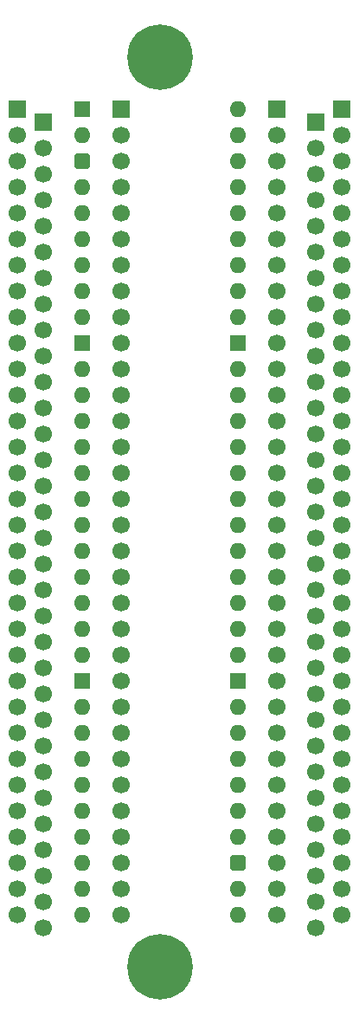
<source format=gts>
%TF.GenerationSoftware,KiCad,Pcbnew,9.0.7-9.0.7~ubuntu24.04.1*%
%TF.CreationDate,2026-01-16T07:33:30+02:00*%
%TF.ProjectId,HCP65 Narrow Analyser,48435036-3520-44e6-9172-726f7720416e,V0*%
%TF.SameCoordinates,Original*%
%TF.FileFunction,Soldermask,Top*%
%TF.FilePolarity,Negative*%
%FSLAX46Y46*%
G04 Gerber Fmt 4.6, Leading zero omitted, Abs format (unit mm)*
G04 Created by KiCad (PCBNEW 9.0.7-9.0.7~ubuntu24.04.1) date 2026-01-16 07:33:30*
%MOMM*%
%LPD*%
G01*
G04 APERTURE LIST*
G04 Aperture macros list*
%AMRoundRect*
0 Rectangle with rounded corners*
0 $1 Rounding radius*
0 $2 $3 $4 $5 $6 $7 $8 $9 X,Y pos of 4 corners*
0 Add a 4 corners polygon primitive as box body*
4,1,4,$2,$3,$4,$5,$6,$7,$8,$9,$2,$3,0*
0 Add four circle primitives for the rounded corners*
1,1,$1+$1,$2,$3*
1,1,$1+$1,$4,$5*
1,1,$1+$1,$6,$7*
1,1,$1+$1,$8,$9*
0 Add four rect primitives between the rounded corners*
20,1,$1+$1,$2,$3,$4,$5,0*
20,1,$1+$1,$4,$5,$6,$7,0*
20,1,$1+$1,$6,$7,$8,$9,0*
20,1,$1+$1,$8,$9,$2,$3,0*%
G04 Aperture macros list end*
%ADD10R,1.700000X1.700000*%
%ADD11C,1.700000*%
%ADD12R,1.600000X1.600000*%
%ADD13O,1.600000X1.600000*%
%ADD14RoundRect,0.400000X-0.400000X-0.400000X0.400000X-0.400000X0.400000X0.400000X-0.400000X0.400000X0*%
%ADD15C,6.400000*%
G04 APERTURE END LIST*
D10*
%TO.C,J6*%
X-3810000Y-1270000D03*
D11*
X-3810000Y-3810000D03*
X-3810000Y-6350000D03*
X-3810000Y-8890000D03*
X-3810000Y-11430000D03*
X-3810000Y-13970000D03*
X-3810000Y-16510000D03*
X-3810000Y-19050000D03*
X-3810000Y-21590000D03*
X-3810000Y-24130000D03*
X-3810000Y-26670000D03*
X-3810000Y-29210000D03*
X-3810000Y-31750000D03*
X-3810000Y-34290000D03*
X-3810000Y-36830000D03*
X-3810000Y-39370000D03*
X-3810000Y-41910000D03*
X-3810000Y-44450000D03*
X-3810000Y-46990000D03*
X-3810000Y-49530000D03*
X-3810000Y-52070000D03*
X-3810000Y-54610000D03*
X-3810000Y-57150000D03*
X-3810000Y-59690000D03*
X-3810000Y-62230000D03*
X-3810000Y-64770000D03*
X-3810000Y-67310000D03*
X-3810000Y-69850000D03*
X-3810000Y-72390000D03*
X-3810000Y-74930000D03*
X-3810000Y-77470000D03*
X-3810000Y-80010000D03*
%TD*%
D10*
%TO.C,J7*%
X22860000Y-1270000D03*
D11*
X22860000Y-3810000D03*
X22860000Y-6350000D03*
X22860000Y-8890000D03*
X22860000Y-11430000D03*
X22860000Y-13970000D03*
X22860000Y-16510000D03*
X22860000Y-19050000D03*
X22860000Y-21590000D03*
X22860000Y-24130000D03*
X22860000Y-26670000D03*
X22860000Y-29210000D03*
X22860000Y-31750000D03*
X22860000Y-34290000D03*
X22860000Y-36830000D03*
X22860000Y-39370000D03*
X22860000Y-41910000D03*
X22860000Y-44450000D03*
X22860000Y-46990000D03*
X22860000Y-49530000D03*
X22860000Y-52070000D03*
X22860000Y-54610000D03*
X22860000Y-57150000D03*
X22860000Y-59690000D03*
X22860000Y-62230000D03*
X22860000Y-64770000D03*
X22860000Y-67310000D03*
X22860000Y-69850000D03*
X22860000Y-72390000D03*
X22860000Y-74930000D03*
X22860000Y-77470000D03*
X22860000Y-80010000D03*
%TD*%
D12*
%TO.C,J1*%
X0Y0D03*
D13*
X0Y-2540000D03*
D14*
X0Y-5080000D03*
D13*
X0Y-7620000D03*
X0Y-10160000D03*
X0Y-12700000D03*
X0Y-15240000D03*
X0Y-17780000D03*
X0Y-20320000D03*
D12*
X0Y-22860000D03*
D13*
X0Y-25400000D03*
X0Y-27940000D03*
X0Y-30480000D03*
X0Y-33020000D03*
X0Y-35560000D03*
X0Y-38100000D03*
X0Y-40640000D03*
X0Y-43180000D03*
X0Y-45720000D03*
X0Y-48260000D03*
X0Y-50800000D03*
X0Y-53340000D03*
D12*
X0Y-55880000D03*
D13*
X0Y-58420000D03*
X0Y-60960000D03*
X0Y-63500000D03*
X0Y-66040000D03*
X0Y-68580000D03*
X0Y-71120000D03*
X0Y-73660000D03*
X0Y-76200000D03*
X0Y-78740000D03*
X15240000Y-78740000D03*
X15240000Y-76200000D03*
D14*
X15240000Y-73660000D03*
D13*
X15240000Y-71120000D03*
X15240000Y-68580000D03*
X15240000Y-66040000D03*
X15240000Y-63500000D03*
X15240000Y-60960000D03*
X15240000Y-58420000D03*
D12*
X15240000Y-55880000D03*
D13*
X15240000Y-53340000D03*
X15240000Y-50800000D03*
X15240000Y-48260000D03*
X15240000Y-45720000D03*
X15240000Y-43180000D03*
X15240000Y-40640000D03*
X15240000Y-38100000D03*
X15240000Y-35560000D03*
X15240000Y-33020000D03*
X15240000Y-30480000D03*
X15240000Y-27940000D03*
X15240000Y-25400000D03*
D12*
X15240000Y-22860000D03*
D13*
X15240000Y-20320000D03*
X15240000Y-17780000D03*
X15240000Y-15240000D03*
X15240000Y-12700000D03*
X15240000Y-10160000D03*
X15240000Y-7620000D03*
X15240000Y-5080000D03*
X15240000Y-2540000D03*
X15240000Y0D03*
%TD*%
D15*
%TO.C,H1*%
X7620000Y5080000D03*
%TD*%
D10*
%TO.C,J3*%
X19050000Y0D03*
D11*
X19050000Y-2540000D03*
X19050000Y-5080000D03*
X19050000Y-7620000D03*
X19050000Y-10160000D03*
X19050000Y-12700000D03*
X19050000Y-15240000D03*
X19050000Y-17780000D03*
X19050000Y-20320000D03*
X19050000Y-22860000D03*
X19050000Y-25400000D03*
X19050000Y-27940000D03*
X19050000Y-30480000D03*
X19050000Y-33020000D03*
X19050000Y-35560000D03*
X19050000Y-38100000D03*
X19050000Y-40640000D03*
X19050000Y-43180000D03*
X19050000Y-45720000D03*
X19050000Y-48260000D03*
X19050000Y-50800000D03*
X19050000Y-53340000D03*
X19050000Y-55880000D03*
X19050000Y-58420000D03*
X19050000Y-60960000D03*
X19050000Y-63500000D03*
X19050000Y-66040000D03*
X19050000Y-68580000D03*
X19050000Y-71120000D03*
X19050000Y-73660000D03*
X19050000Y-76200000D03*
X19050000Y-78740000D03*
%TD*%
D10*
%TO.C,J5*%
X-6350000Y0D03*
D11*
X-6350000Y-2540000D03*
X-6350000Y-5080000D03*
X-6350000Y-7620000D03*
X-6350000Y-10160000D03*
X-6350000Y-12700000D03*
X-6350000Y-15240000D03*
X-6350000Y-17780000D03*
X-6350000Y-20320000D03*
X-6350000Y-22860000D03*
X-6350000Y-25400000D03*
X-6350000Y-27940000D03*
X-6350000Y-30480000D03*
X-6350000Y-33020000D03*
X-6350000Y-35560000D03*
X-6350000Y-38100000D03*
X-6350000Y-40640000D03*
X-6350000Y-43180000D03*
X-6350000Y-45720000D03*
X-6350000Y-48260000D03*
X-6350000Y-50800000D03*
X-6350000Y-53340000D03*
X-6350000Y-55880000D03*
X-6350000Y-58420000D03*
X-6350000Y-60960000D03*
X-6350000Y-63500000D03*
X-6350000Y-66040000D03*
X-6350000Y-68580000D03*
X-6350000Y-71120000D03*
X-6350000Y-73660000D03*
X-6350000Y-76200000D03*
X-6350000Y-78740000D03*
%TD*%
D15*
%TO.C,H2*%
X7620000Y-83820000D03*
%TD*%
D10*
%TO.C,J4*%
X3810000Y0D03*
D11*
X3810000Y-2540000D03*
X3810000Y-5080000D03*
X3810000Y-7620000D03*
X3810000Y-10160000D03*
X3810000Y-12700000D03*
X3810000Y-15240000D03*
X3810000Y-17780000D03*
X3810000Y-20320000D03*
X3810000Y-22860000D03*
X3810000Y-25400000D03*
X3810000Y-27940000D03*
X3810000Y-30480000D03*
X3810000Y-33020000D03*
X3810000Y-35560000D03*
X3810000Y-38100000D03*
X3810000Y-40640000D03*
X3810000Y-43180000D03*
X3810000Y-45720000D03*
X3810000Y-48260000D03*
X3810000Y-50800000D03*
X3810000Y-53340000D03*
X3810000Y-55880000D03*
X3810000Y-58420000D03*
X3810000Y-60960000D03*
X3810000Y-63500000D03*
X3810000Y-66040000D03*
X3810000Y-68580000D03*
X3810000Y-71120000D03*
X3810000Y-73660000D03*
X3810000Y-76200000D03*
X3810000Y-78740000D03*
%TD*%
D10*
%TO.C,J2*%
X25400000Y0D03*
D11*
X25400000Y-2540000D03*
X25400000Y-5080000D03*
X25400000Y-7620000D03*
X25400000Y-10160000D03*
X25400000Y-12700000D03*
X25400000Y-15240000D03*
X25400000Y-17780000D03*
X25400000Y-20320000D03*
X25400000Y-22860000D03*
X25400000Y-25400000D03*
X25400000Y-27940000D03*
X25400000Y-30480000D03*
X25400000Y-33020000D03*
X25400000Y-35560000D03*
X25400000Y-38100000D03*
X25400000Y-40640000D03*
X25400000Y-43180000D03*
X25400000Y-45720000D03*
X25400000Y-48260000D03*
X25400000Y-50800000D03*
X25400000Y-53340000D03*
X25400000Y-55880000D03*
X25400000Y-58420000D03*
X25400000Y-60960000D03*
X25400000Y-63500000D03*
X25400000Y-66040000D03*
X25400000Y-68580000D03*
X25400000Y-71120000D03*
X25400000Y-73660000D03*
X25400000Y-76200000D03*
X25400000Y-78740000D03*
%TD*%
M02*

</source>
